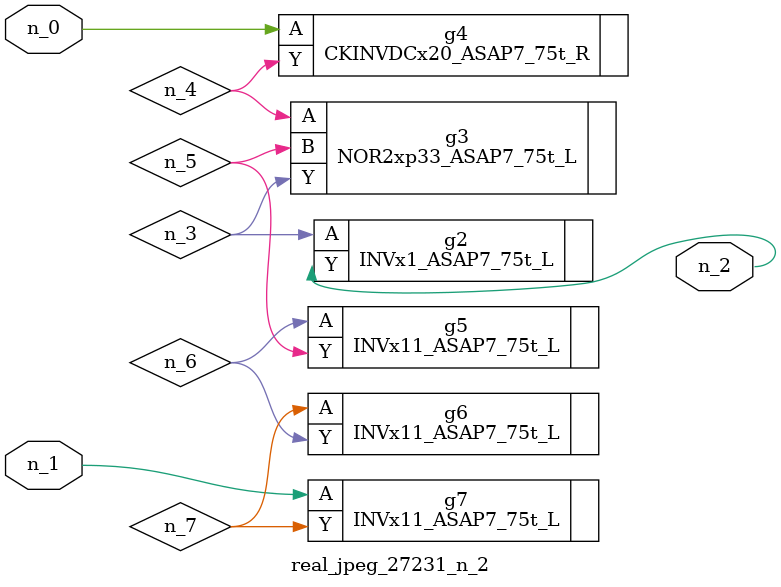
<source format=v>
module real_jpeg_27231_n_2 (n_1, n_0, n_2);

input n_1;
input n_0;

output n_2;

wire n_5;
wire n_4;
wire n_6;
wire n_7;
wire n_3;

CKINVDCx20_ASAP7_75t_R g4 ( 
.A(n_0),
.Y(n_4)
);

INVx11_ASAP7_75t_L g7 ( 
.A(n_1),
.Y(n_7)
);

INVx1_ASAP7_75t_L g2 ( 
.A(n_3),
.Y(n_2)
);

NOR2xp33_ASAP7_75t_L g3 ( 
.A(n_4),
.B(n_5),
.Y(n_3)
);

INVx11_ASAP7_75t_L g5 ( 
.A(n_6),
.Y(n_5)
);

INVx11_ASAP7_75t_L g6 ( 
.A(n_7),
.Y(n_6)
);


endmodule
</source>
